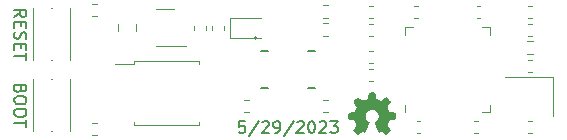
<source format=gbr>
%TF.GenerationSoftware,KiCad,Pcbnew,(7.0.0)*%
%TF.CreationDate,2023-05-29T13:22:43-05:00*%
%TF.ProjectId,rp2040-radar-presense-sensor,72703230-3430-42d7-9261-6461722d7072,rev?*%
%TF.SameCoordinates,Original*%
%TF.FileFunction,Legend,Top*%
%TF.FilePolarity,Positive*%
%FSLAX46Y46*%
G04 Gerber Fmt 4.6, Leading zero omitted, Abs format (unit mm)*
G04 Created by KiCad (PCBNEW (7.0.0)) date 2023-05-29 13:22:43*
%MOMM*%
%LPD*%
G01*
G04 APERTURE LIST*
%ADD10C,0.150000*%
%ADD11C,0.120000*%
%ADD12C,0.200000*%
G04 APERTURE END LIST*
D10*
X96333333Y-104367380D02*
X95857143Y-104367380D01*
X95857143Y-104367380D02*
X95809524Y-104843571D01*
X95809524Y-104843571D02*
X95857143Y-104795952D01*
X95857143Y-104795952D02*
X95952381Y-104748333D01*
X95952381Y-104748333D02*
X96190476Y-104748333D01*
X96190476Y-104748333D02*
X96285714Y-104795952D01*
X96285714Y-104795952D02*
X96333333Y-104843571D01*
X96333333Y-104843571D02*
X96380952Y-104938809D01*
X96380952Y-104938809D02*
X96380952Y-105176904D01*
X96380952Y-105176904D02*
X96333333Y-105272142D01*
X96333333Y-105272142D02*
X96285714Y-105319761D01*
X96285714Y-105319761D02*
X96190476Y-105367380D01*
X96190476Y-105367380D02*
X95952381Y-105367380D01*
X95952381Y-105367380D02*
X95857143Y-105319761D01*
X95857143Y-105319761D02*
X95809524Y-105272142D01*
X97523809Y-104319761D02*
X96666667Y-105605476D01*
X97809524Y-104462619D02*
X97857143Y-104415000D01*
X97857143Y-104415000D02*
X97952381Y-104367380D01*
X97952381Y-104367380D02*
X98190476Y-104367380D01*
X98190476Y-104367380D02*
X98285714Y-104415000D01*
X98285714Y-104415000D02*
X98333333Y-104462619D01*
X98333333Y-104462619D02*
X98380952Y-104557857D01*
X98380952Y-104557857D02*
X98380952Y-104653095D01*
X98380952Y-104653095D02*
X98333333Y-104795952D01*
X98333333Y-104795952D02*
X97761905Y-105367380D01*
X97761905Y-105367380D02*
X98380952Y-105367380D01*
X98857143Y-105367380D02*
X99047619Y-105367380D01*
X99047619Y-105367380D02*
X99142857Y-105319761D01*
X99142857Y-105319761D02*
X99190476Y-105272142D01*
X99190476Y-105272142D02*
X99285714Y-105129285D01*
X99285714Y-105129285D02*
X99333333Y-104938809D01*
X99333333Y-104938809D02*
X99333333Y-104557857D01*
X99333333Y-104557857D02*
X99285714Y-104462619D01*
X99285714Y-104462619D02*
X99238095Y-104415000D01*
X99238095Y-104415000D02*
X99142857Y-104367380D01*
X99142857Y-104367380D02*
X98952381Y-104367380D01*
X98952381Y-104367380D02*
X98857143Y-104415000D01*
X98857143Y-104415000D02*
X98809524Y-104462619D01*
X98809524Y-104462619D02*
X98761905Y-104557857D01*
X98761905Y-104557857D02*
X98761905Y-104795952D01*
X98761905Y-104795952D02*
X98809524Y-104891190D01*
X98809524Y-104891190D02*
X98857143Y-104938809D01*
X98857143Y-104938809D02*
X98952381Y-104986428D01*
X98952381Y-104986428D02*
X99142857Y-104986428D01*
X99142857Y-104986428D02*
X99238095Y-104938809D01*
X99238095Y-104938809D02*
X99285714Y-104891190D01*
X99285714Y-104891190D02*
X99333333Y-104795952D01*
X100476190Y-104319761D02*
X99619048Y-105605476D01*
X100761905Y-104462619D02*
X100809524Y-104415000D01*
X100809524Y-104415000D02*
X100904762Y-104367380D01*
X100904762Y-104367380D02*
X101142857Y-104367380D01*
X101142857Y-104367380D02*
X101238095Y-104415000D01*
X101238095Y-104415000D02*
X101285714Y-104462619D01*
X101285714Y-104462619D02*
X101333333Y-104557857D01*
X101333333Y-104557857D02*
X101333333Y-104653095D01*
X101333333Y-104653095D02*
X101285714Y-104795952D01*
X101285714Y-104795952D02*
X100714286Y-105367380D01*
X100714286Y-105367380D02*
X101333333Y-105367380D01*
X101952381Y-104367380D02*
X102047619Y-104367380D01*
X102047619Y-104367380D02*
X102142857Y-104415000D01*
X102142857Y-104415000D02*
X102190476Y-104462619D01*
X102190476Y-104462619D02*
X102238095Y-104557857D01*
X102238095Y-104557857D02*
X102285714Y-104748333D01*
X102285714Y-104748333D02*
X102285714Y-104986428D01*
X102285714Y-104986428D02*
X102238095Y-105176904D01*
X102238095Y-105176904D02*
X102190476Y-105272142D01*
X102190476Y-105272142D02*
X102142857Y-105319761D01*
X102142857Y-105319761D02*
X102047619Y-105367380D01*
X102047619Y-105367380D02*
X101952381Y-105367380D01*
X101952381Y-105367380D02*
X101857143Y-105319761D01*
X101857143Y-105319761D02*
X101809524Y-105272142D01*
X101809524Y-105272142D02*
X101761905Y-105176904D01*
X101761905Y-105176904D02*
X101714286Y-104986428D01*
X101714286Y-104986428D02*
X101714286Y-104748333D01*
X101714286Y-104748333D02*
X101761905Y-104557857D01*
X101761905Y-104557857D02*
X101809524Y-104462619D01*
X101809524Y-104462619D02*
X101857143Y-104415000D01*
X101857143Y-104415000D02*
X101952381Y-104367380D01*
X102666667Y-104462619D02*
X102714286Y-104415000D01*
X102714286Y-104415000D02*
X102809524Y-104367380D01*
X102809524Y-104367380D02*
X103047619Y-104367380D01*
X103047619Y-104367380D02*
X103142857Y-104415000D01*
X103142857Y-104415000D02*
X103190476Y-104462619D01*
X103190476Y-104462619D02*
X103238095Y-104557857D01*
X103238095Y-104557857D02*
X103238095Y-104653095D01*
X103238095Y-104653095D02*
X103190476Y-104795952D01*
X103190476Y-104795952D02*
X102619048Y-105367380D01*
X102619048Y-105367380D02*
X103238095Y-105367380D01*
X103571429Y-104367380D02*
X104190476Y-104367380D01*
X104190476Y-104367380D02*
X103857143Y-104748333D01*
X103857143Y-104748333D02*
X104000000Y-104748333D01*
X104000000Y-104748333D02*
X104095238Y-104795952D01*
X104095238Y-104795952D02*
X104142857Y-104843571D01*
X104142857Y-104843571D02*
X104190476Y-104938809D01*
X104190476Y-104938809D02*
X104190476Y-105176904D01*
X104190476Y-105176904D02*
X104142857Y-105272142D01*
X104142857Y-105272142D02*
X104095238Y-105319761D01*
X104095238Y-105319761D02*
X104000000Y-105367380D01*
X104000000Y-105367380D02*
X103714286Y-105367380D01*
X103714286Y-105367380D02*
X103619048Y-105319761D01*
X103619048Y-105319761D02*
X103571429Y-105272142D01*
%TO.C,SW2*%
X76832619Y-95547618D02*
X77308809Y-95214285D01*
X76832619Y-94976190D02*
X77832619Y-94976190D01*
X77832619Y-94976190D02*
X77832619Y-95357142D01*
X77832619Y-95357142D02*
X77785000Y-95452380D01*
X77785000Y-95452380D02*
X77737380Y-95499999D01*
X77737380Y-95499999D02*
X77642142Y-95547618D01*
X77642142Y-95547618D02*
X77499285Y-95547618D01*
X77499285Y-95547618D02*
X77404047Y-95499999D01*
X77404047Y-95499999D02*
X77356428Y-95452380D01*
X77356428Y-95452380D02*
X77308809Y-95357142D01*
X77308809Y-95357142D02*
X77308809Y-94976190D01*
X77356428Y-95976190D02*
X77356428Y-96309523D01*
X76832619Y-96452380D02*
X76832619Y-95976190D01*
X76832619Y-95976190D02*
X77832619Y-95976190D01*
X77832619Y-95976190D02*
X77832619Y-96452380D01*
X76880238Y-96833333D02*
X76832619Y-96976190D01*
X76832619Y-96976190D02*
X76832619Y-97214285D01*
X76832619Y-97214285D02*
X76880238Y-97309523D01*
X76880238Y-97309523D02*
X76927857Y-97357142D01*
X76927857Y-97357142D02*
X77023095Y-97404761D01*
X77023095Y-97404761D02*
X77118333Y-97404761D01*
X77118333Y-97404761D02*
X77213571Y-97357142D01*
X77213571Y-97357142D02*
X77261190Y-97309523D01*
X77261190Y-97309523D02*
X77308809Y-97214285D01*
X77308809Y-97214285D02*
X77356428Y-97023809D01*
X77356428Y-97023809D02*
X77404047Y-96928571D01*
X77404047Y-96928571D02*
X77451666Y-96880952D01*
X77451666Y-96880952D02*
X77546904Y-96833333D01*
X77546904Y-96833333D02*
X77642142Y-96833333D01*
X77642142Y-96833333D02*
X77737380Y-96880952D01*
X77737380Y-96880952D02*
X77785000Y-96928571D01*
X77785000Y-96928571D02*
X77832619Y-97023809D01*
X77832619Y-97023809D02*
X77832619Y-97261904D01*
X77832619Y-97261904D02*
X77785000Y-97404761D01*
X77356428Y-97833333D02*
X77356428Y-98166666D01*
X76832619Y-98309523D02*
X76832619Y-97833333D01*
X76832619Y-97833333D02*
X77832619Y-97833333D01*
X77832619Y-97833333D02*
X77832619Y-98309523D01*
X77832619Y-98595238D02*
X77832619Y-99166666D01*
X76832619Y-98880952D02*
X77832619Y-98880952D01*
%TO.C,SW1*%
X77356428Y-101642857D02*
X77308809Y-101785714D01*
X77308809Y-101785714D02*
X77261190Y-101833333D01*
X77261190Y-101833333D02*
X77165952Y-101880952D01*
X77165952Y-101880952D02*
X77023095Y-101880952D01*
X77023095Y-101880952D02*
X76927857Y-101833333D01*
X76927857Y-101833333D02*
X76880238Y-101785714D01*
X76880238Y-101785714D02*
X76832619Y-101690476D01*
X76832619Y-101690476D02*
X76832619Y-101309524D01*
X76832619Y-101309524D02*
X77832619Y-101309524D01*
X77832619Y-101309524D02*
X77832619Y-101642857D01*
X77832619Y-101642857D02*
X77785000Y-101738095D01*
X77785000Y-101738095D02*
X77737380Y-101785714D01*
X77737380Y-101785714D02*
X77642142Y-101833333D01*
X77642142Y-101833333D02*
X77546904Y-101833333D01*
X77546904Y-101833333D02*
X77451666Y-101785714D01*
X77451666Y-101785714D02*
X77404047Y-101738095D01*
X77404047Y-101738095D02*
X77356428Y-101642857D01*
X77356428Y-101642857D02*
X77356428Y-101309524D01*
X77832619Y-102500000D02*
X77832619Y-102690476D01*
X77832619Y-102690476D02*
X77785000Y-102785714D01*
X77785000Y-102785714D02*
X77689761Y-102880952D01*
X77689761Y-102880952D02*
X77499285Y-102928571D01*
X77499285Y-102928571D02*
X77165952Y-102928571D01*
X77165952Y-102928571D02*
X76975476Y-102880952D01*
X76975476Y-102880952D02*
X76880238Y-102785714D01*
X76880238Y-102785714D02*
X76832619Y-102690476D01*
X76832619Y-102690476D02*
X76832619Y-102500000D01*
X76832619Y-102500000D02*
X76880238Y-102404762D01*
X76880238Y-102404762D02*
X76975476Y-102309524D01*
X76975476Y-102309524D02*
X77165952Y-102261905D01*
X77165952Y-102261905D02*
X77499285Y-102261905D01*
X77499285Y-102261905D02*
X77689761Y-102309524D01*
X77689761Y-102309524D02*
X77785000Y-102404762D01*
X77785000Y-102404762D02*
X77832619Y-102500000D01*
X77832619Y-103547619D02*
X77832619Y-103738095D01*
X77832619Y-103738095D02*
X77785000Y-103833333D01*
X77785000Y-103833333D02*
X77689761Y-103928571D01*
X77689761Y-103928571D02*
X77499285Y-103976190D01*
X77499285Y-103976190D02*
X77165952Y-103976190D01*
X77165952Y-103976190D02*
X76975476Y-103928571D01*
X76975476Y-103928571D02*
X76880238Y-103833333D01*
X76880238Y-103833333D02*
X76832619Y-103738095D01*
X76832619Y-103738095D02*
X76832619Y-103547619D01*
X76832619Y-103547619D02*
X76880238Y-103452381D01*
X76880238Y-103452381D02*
X76975476Y-103357143D01*
X76975476Y-103357143D02*
X77165952Y-103309524D01*
X77165952Y-103309524D02*
X77499285Y-103309524D01*
X77499285Y-103309524D02*
X77689761Y-103357143D01*
X77689761Y-103357143D02*
X77785000Y-103452381D01*
X77785000Y-103452381D02*
X77832619Y-103547619D01*
X77832619Y-104261905D02*
X77832619Y-104833333D01*
X76832619Y-104547619D02*
X77832619Y-104547619D01*
%TO.C,G\u002A\u002A\u002A*%
G36*
X107147018Y-101941175D02*
G01*
X107198686Y-101941585D01*
X107247553Y-101942335D01*
X107291826Y-101943421D01*
X107329715Y-101944842D01*
X107359430Y-101946596D01*
X107379178Y-101948681D01*
X107387086Y-101950978D01*
X107389943Y-101959424D01*
X107394879Y-101979641D01*
X107401587Y-102010140D01*
X107409759Y-102049434D01*
X107419088Y-102096035D01*
X107429264Y-102148456D01*
X107439981Y-102205209D01*
X107442490Y-102218718D01*
X107456406Y-102292905D01*
X107468335Y-102354331D01*
X107478395Y-102403543D01*
X107486707Y-102441085D01*
X107493389Y-102467504D01*
X107498560Y-102483344D01*
X107501476Y-102488568D01*
X107510158Y-102493672D01*
X107529389Y-102502908D01*
X107557193Y-102515454D01*
X107591593Y-102530486D01*
X107630611Y-102547182D01*
X107672271Y-102564720D01*
X107714595Y-102582276D01*
X107755608Y-102599029D01*
X107793331Y-102614155D01*
X107825787Y-102626833D01*
X107851000Y-102636239D01*
X107866993Y-102641550D01*
X107871265Y-102642431D01*
X107878689Y-102638734D01*
X107895953Y-102628188D01*
X107921819Y-102611606D01*
X107955048Y-102589803D01*
X107994403Y-102563594D01*
X108038645Y-102533793D01*
X108086536Y-102501216D01*
X108102325Y-102490410D01*
X108165928Y-102447071D01*
X108218975Y-102411491D01*
X108261779Y-102383473D01*
X108294655Y-102362817D01*
X108317915Y-102349325D01*
X108331872Y-102342798D01*
X108336069Y-102342184D01*
X108343912Y-102347855D01*
X108359680Y-102361828D01*
X108382118Y-102382837D01*
X108409970Y-102409619D01*
X108441982Y-102440908D01*
X108476897Y-102475441D01*
X108513461Y-102511953D01*
X108550417Y-102549179D01*
X108586512Y-102585855D01*
X108620488Y-102620716D01*
X108651092Y-102652498D01*
X108677066Y-102679936D01*
X108697158Y-102701766D01*
X108710109Y-102716723D01*
X108714667Y-102723541D01*
X108710915Y-102731111D01*
X108700311Y-102748485D01*
X108683684Y-102774403D01*
X108661864Y-102807603D01*
X108635682Y-102846825D01*
X108605969Y-102890807D01*
X108573553Y-102938289D01*
X108566483Y-102948582D01*
X108533593Y-102996711D01*
X108503243Y-103041684D01*
X108476264Y-103082227D01*
X108453487Y-103117068D01*
X108435742Y-103144934D01*
X108423859Y-103164550D01*
X108418671Y-103174644D01*
X108418509Y-103175424D01*
X108421132Y-103184852D01*
X108428450Y-103204646D01*
X108439638Y-103232887D01*
X108453871Y-103267651D01*
X108470322Y-103307019D01*
X108488167Y-103349069D01*
X108506579Y-103391880D01*
X108524734Y-103433531D01*
X108541805Y-103472100D01*
X108556967Y-103505667D01*
X108569395Y-103532310D01*
X108578263Y-103550108D01*
X108582424Y-103556886D01*
X108591061Y-103560241D01*
X108611606Y-103565648D01*
X108642702Y-103572819D01*
X108682992Y-103581459D01*
X108731117Y-103591279D01*
X108785721Y-103601987D01*
X108842869Y-103612811D01*
X108899567Y-103623525D01*
X108952265Y-103633768D01*
X108999453Y-103643226D01*
X109039618Y-103651583D01*
X109071252Y-103658525D01*
X109092843Y-103663735D01*
X109102880Y-103666899D01*
X109103251Y-103667138D01*
X109105645Y-103675696D01*
X109107710Y-103695930D01*
X109109445Y-103726049D01*
X109110847Y-103764262D01*
X109111914Y-103808779D01*
X109112645Y-103857809D01*
X109113037Y-103909559D01*
X109113089Y-103962241D01*
X109112798Y-104014061D01*
X109112162Y-104063230D01*
X109111180Y-104107957D01*
X109109849Y-104146450D01*
X109108167Y-104176919D01*
X109106133Y-104197572D01*
X109103858Y-104206487D01*
X109096777Y-104210423D01*
X109080374Y-104215596D01*
X109053963Y-104222157D01*
X109016859Y-104230259D01*
X108968377Y-104240051D01*
X108907831Y-104251685D01*
X108849588Y-104262542D01*
X108793577Y-104272999D01*
X108741624Y-104282938D01*
X108695251Y-104292051D01*
X108655978Y-104300028D01*
X108625326Y-104306559D01*
X108604813Y-104311337D01*
X108595961Y-104314052D01*
X108595851Y-104314128D01*
X108591461Y-104321756D01*
X108582971Y-104340099D01*
X108571125Y-104367302D01*
X108556672Y-104401511D01*
X108540356Y-104440872D01*
X108522926Y-104483531D01*
X108505127Y-104527633D01*
X108487706Y-104571325D01*
X108471409Y-104612752D01*
X108456983Y-104650060D01*
X108445175Y-104681395D01*
X108436730Y-104704902D01*
X108432396Y-104718728D01*
X108431980Y-104721151D01*
X108435678Y-104729034D01*
X108446202Y-104746668D01*
X108462695Y-104772737D01*
X108484301Y-104805928D01*
X108510165Y-104844925D01*
X108539431Y-104888412D01*
X108570575Y-104934101D01*
X108602465Y-104980718D01*
X108631977Y-105024085D01*
X108658230Y-105062888D01*
X108680342Y-105095815D01*
X108697431Y-105121554D01*
X108708617Y-105138794D01*
X108712998Y-105146165D01*
X108709357Y-105153290D01*
X108697195Y-105168457D01*
X108677756Y-105190421D01*
X108652279Y-105217939D01*
X108622007Y-105249770D01*
X108588182Y-105284669D01*
X108552043Y-105321395D01*
X108514834Y-105358702D01*
X108477796Y-105395350D01*
X108442170Y-105430095D01*
X108409197Y-105461693D01*
X108380120Y-105488902D01*
X108356179Y-105510479D01*
X108338617Y-105525181D01*
X108328674Y-105531765D01*
X108327623Y-105532000D01*
X108318522Y-105528291D01*
X108300080Y-105517869D01*
X108273968Y-105501783D01*
X108241855Y-105481082D01*
X108205411Y-105456815D01*
X108176027Y-105436757D01*
X108133401Y-105407419D01*
X108090262Y-105377836D01*
X108049193Y-105349771D01*
X108012774Y-105324987D01*
X107983587Y-105305246D01*
X107972733Y-105297965D01*
X107907519Y-105254405D01*
X107806273Y-105307328D01*
X107768841Y-105326720D01*
X107741440Y-105340355D01*
X107722275Y-105348925D01*
X107709549Y-105353121D01*
X107701466Y-105353637D01*
X107696231Y-105351164D01*
X107695145Y-105350148D01*
X107690765Y-105342129D01*
X107681850Y-105322877D01*
X107668918Y-105293637D01*
X107652483Y-105255657D01*
X107633063Y-105210185D01*
X107611171Y-105158466D01*
X107587325Y-105101749D01*
X107562039Y-105041280D01*
X107535830Y-104978306D01*
X107509213Y-104914075D01*
X107482704Y-104849833D01*
X107456819Y-104786828D01*
X107432073Y-104726307D01*
X107408982Y-104669516D01*
X107388063Y-104617703D01*
X107369830Y-104572115D01*
X107354799Y-104534000D01*
X107343487Y-104504603D01*
X107336408Y-104485173D01*
X107334075Y-104477057D01*
X107338240Y-104467210D01*
X107351544Y-104454146D01*
X107375201Y-104436776D01*
X107389644Y-104427202D01*
X107416897Y-104407666D01*
X107449104Y-104381725D01*
X107482088Y-104352878D01*
X107509554Y-104326753D01*
X107537808Y-104297817D01*
X107558802Y-104274181D01*
X107575271Y-104252113D01*
X107589948Y-104227884D01*
X107605569Y-104197761D01*
X107608595Y-104191622D01*
X107631013Y-104143569D01*
X107647000Y-104102389D01*
X107657577Y-104063732D01*
X107663764Y-104023248D01*
X107666583Y-103976588D01*
X107667087Y-103942404D01*
X107666808Y-103900876D01*
X107665355Y-103868854D01*
X107662318Y-103842393D01*
X107657283Y-103817551D01*
X107651942Y-103797589D01*
X107621586Y-103715211D01*
X107580270Y-103639948D01*
X107528864Y-103572652D01*
X107468238Y-103514179D01*
X107399261Y-103465382D01*
X107322805Y-103427116D01*
X107249880Y-103402793D01*
X107196137Y-103392830D01*
X107135480Y-103388340D01*
X107073171Y-103389318D01*
X107014467Y-103395763D01*
X106980455Y-103402955D01*
X106900890Y-103430529D01*
X106827681Y-103468812D01*
X106761634Y-103516634D01*
X106703556Y-103572826D01*
X106654253Y-103636216D01*
X106614531Y-103705637D01*
X106585197Y-103779917D01*
X106567056Y-103857886D01*
X106560915Y-103938376D01*
X106565372Y-104005229D01*
X106582140Y-104089396D01*
X106609499Y-104166524D01*
X106647975Y-104237443D01*
X106698091Y-104302984D01*
X106760372Y-104363978D01*
X106822168Y-104412091D01*
X106849233Y-104431630D01*
X106872285Y-104448973D01*
X106889062Y-104462367D01*
X106897301Y-104470060D01*
X106897611Y-104470521D01*
X106898520Y-104472224D01*
X106899045Y-104474356D01*
X106898865Y-104477731D01*
X106897656Y-104483158D01*
X106895098Y-104491451D01*
X106890868Y-104503421D01*
X106884646Y-104519880D01*
X106876108Y-104541639D01*
X106864934Y-104569512D01*
X106850802Y-104604309D01*
X106833390Y-104646842D01*
X106812376Y-104697924D01*
X106787438Y-104758365D01*
X106758255Y-104828979D01*
X106724505Y-104910577D01*
X106693820Y-104984744D01*
X106657182Y-105072926D01*
X106625350Y-105148735D01*
X106598244Y-105212353D01*
X106575783Y-105263963D01*
X106557888Y-105303744D01*
X106544479Y-105331880D01*
X106535475Y-105348551D01*
X106531085Y-105353899D01*
X106520574Y-105352177D01*
X106500163Y-105344247D01*
X106471498Y-105330836D01*
X106436229Y-105312670D01*
X106430051Y-105309353D01*
X106397683Y-105292373D01*
X106368549Y-105277995D01*
X106345119Y-105267370D01*
X106329862Y-105261649D01*
X106326309Y-105260982D01*
X106317597Y-105264675D01*
X106299201Y-105275212D01*
X106272480Y-105291724D01*
X106238793Y-105313339D01*
X106199498Y-105339186D01*
X106155954Y-105368397D01*
X106114818Y-105396455D01*
X106068643Y-105427924D01*
X106025512Y-105456807D01*
X105986785Y-105482235D01*
X105953820Y-105503335D01*
X105927975Y-105519236D01*
X105910609Y-105529069D01*
X105903392Y-105532009D01*
X105894637Y-105527463D01*
X105877460Y-105513737D01*
X105851719Y-105490700D01*
X105817275Y-105458222D01*
X105773985Y-105416170D01*
X105721709Y-105364414D01*
X105705694Y-105348419D01*
X105651349Y-105293675D01*
X105606392Y-105247588D01*
X105570919Y-105210257D01*
X105545020Y-105181782D01*
X105528789Y-105162264D01*
X105522318Y-105151800D01*
X105522195Y-105150981D01*
X105525901Y-105142394D01*
X105536447Y-105124095D01*
X105552971Y-105097423D01*
X105574612Y-105063721D01*
X105600511Y-105024329D01*
X105629807Y-104980588D01*
X105660275Y-104935826D01*
X105692018Y-104889177D01*
X105721190Y-104845593D01*
X105746930Y-104806416D01*
X105768378Y-104772985D01*
X105784673Y-104746641D01*
X105794955Y-104728726D01*
X105798368Y-104720707D01*
X105795883Y-104710355D01*
X105788931Y-104689532D01*
X105778282Y-104660159D01*
X105764704Y-104624155D01*
X105748965Y-104583442D01*
X105731834Y-104539939D01*
X105714078Y-104495567D01*
X105696468Y-104452247D01*
X105679771Y-104411898D01*
X105664756Y-104376442D01*
X105652191Y-104347798D01*
X105642845Y-104327886D01*
X105637487Y-104318628D01*
X105637445Y-104318585D01*
X105628974Y-104314250D01*
X105610410Y-104308592D01*
X105581146Y-104301475D01*
X105540574Y-104292763D01*
X105488085Y-104282321D01*
X105423072Y-104270014D01*
X105400954Y-104265923D01*
X105333647Y-104253523D01*
X105278375Y-104243269D01*
X105233927Y-104234860D01*
X105199092Y-104227994D01*
X105172657Y-104222372D01*
X105153412Y-104217691D01*
X105140144Y-104213649D01*
X105131643Y-104209947D01*
X105126696Y-104206281D01*
X105124092Y-104202352D01*
X105122620Y-104197858D01*
X105122290Y-104196622D01*
X105121366Y-104186607D01*
X105120510Y-104164723D01*
X105119750Y-104132575D01*
X105119108Y-104091765D01*
X105118611Y-104043896D01*
X105118284Y-103990572D01*
X105118151Y-103933396D01*
X105118150Y-103931904D01*
X105118238Y-103862767D01*
X105118581Y-103806078D01*
X105119210Y-103760815D01*
X105120159Y-103725956D01*
X105121460Y-103700482D01*
X105123145Y-103683369D01*
X105125248Y-103673596D01*
X105126478Y-103671128D01*
X105132550Y-103667346D01*
X105146264Y-103662628D01*
X105168506Y-103656776D01*
X105200168Y-103649590D01*
X105242138Y-103640875D01*
X105295306Y-103630431D01*
X105360561Y-103618060D01*
X105386697Y-103613187D01*
X105455334Y-103600310D01*
X105511726Y-103589429D01*
X105556913Y-103580311D01*
X105591936Y-103572723D01*
X105617835Y-103566431D01*
X105635650Y-103561202D01*
X105646422Y-103556803D01*
X105650397Y-103554021D01*
X105656402Y-103544339D01*
X105666552Y-103524209D01*
X105680006Y-103495597D01*
X105695922Y-103460469D01*
X105713460Y-103420792D01*
X105731780Y-103378533D01*
X105750040Y-103335657D01*
X105767400Y-103294131D01*
X105783018Y-103255922D01*
X105796055Y-103222996D01*
X105805669Y-103197319D01*
X105811019Y-103180858D01*
X105811840Y-103176438D01*
X105808099Y-103167496D01*
X105797409Y-103148763D01*
X105780563Y-103121474D01*
X105758353Y-103086864D01*
X105731571Y-103046169D01*
X105701007Y-103000623D01*
X105669314Y-102954163D01*
X105636897Y-102906709D01*
X105606895Y-102862230D01*
X105580180Y-102822060D01*
X105557624Y-102787535D01*
X105540099Y-102759989D01*
X105528476Y-102740758D01*
X105523628Y-102731178D01*
X105523576Y-102730961D01*
X105523943Y-102725692D01*
X105527402Y-102718218D01*
X105534767Y-102707639D01*
X105546850Y-102693057D01*
X105564466Y-102673572D01*
X105588428Y-102648287D01*
X105619548Y-102616302D01*
X105658641Y-102576718D01*
X105706521Y-102528636D01*
X105708186Y-102526968D01*
X105758786Y-102476620D01*
X105802776Y-102433529D01*
X105839679Y-102398142D01*
X105869016Y-102370908D01*
X105890307Y-102352274D01*
X105903073Y-102342689D01*
X105906406Y-102341458D01*
X105914144Y-102345758D01*
X105931665Y-102356870D01*
X105957682Y-102373934D01*
X105990903Y-102396089D01*
X106030040Y-102422475D01*
X106073803Y-102452232D01*
X106120904Y-102484498D01*
X106125313Y-102487531D01*
X106172974Y-102520183D01*
X106217699Y-102550562D01*
X106258149Y-102577777D01*
X106292982Y-102600937D01*
X106320860Y-102619151D01*
X106340441Y-102631529D01*
X106350384Y-102637179D01*
X106350675Y-102637297D01*
X106357540Y-102638460D01*
X106367743Y-102637389D01*
X106382688Y-102633605D01*
X106403778Y-102626627D01*
X106432416Y-102615976D01*
X106470006Y-102601169D01*
X106517950Y-102581729D01*
X106542640Y-102571603D01*
X106588418Y-102552784D01*
X106630324Y-102535562D01*
X106666684Y-102520623D01*
X106695822Y-102508655D01*
X106716064Y-102500347D01*
X106725736Y-102496387D01*
X106726124Y-102496229D01*
X106729501Y-102494095D01*
X106732761Y-102489759D01*
X106736170Y-102482053D01*
X106739989Y-102469809D01*
X106744483Y-102451861D01*
X106749913Y-102427040D01*
X106756544Y-102394179D01*
X106764638Y-102352111D01*
X106774457Y-102299666D01*
X106786267Y-102235679D01*
X106792586Y-102201248D01*
X106805652Y-102130940D01*
X106816774Y-102073250D01*
X106826103Y-102027489D01*
X106833792Y-101992967D01*
X106839990Y-101968997D01*
X106844851Y-101954888D01*
X106847731Y-101950347D01*
X106857336Y-101947970D01*
X106878468Y-101945948D01*
X106909335Y-101944281D01*
X106948147Y-101942965D01*
X106993112Y-101941998D01*
X107042440Y-101941379D01*
X107094339Y-101941105D01*
X107147018Y-101941175D01*
G37*
D11*
%TO.C,R2*%
X83837258Y-95468100D02*
X83362742Y-95468100D01*
X83837258Y-94423100D02*
X83362742Y-94423100D01*
%TO.C,C9*%
X120357020Y-96111600D02*
X120638180Y-96111600D01*
X120357020Y-97131600D02*
X120638180Y-97131600D01*
%TO.C,C6*%
X107172180Y-100941600D02*
X106891020Y-100941600D01*
X107172180Y-99921600D02*
X106891020Y-99921600D01*
%TO.C,C13*%
X111185380Y-105412000D02*
X110904220Y-105412000D01*
X111185380Y-104392000D02*
X110904220Y-104392000D01*
%TO.C,SW2*%
X80050000Y-99200000D02*
X79950000Y-99200000D01*
X81550000Y-99200000D02*
X81550000Y-94800000D01*
X78450000Y-94800000D02*
X78450000Y-99200000D01*
X80050000Y-94800000D02*
X79950000Y-94800000D01*
%TO.C,SW1*%
X80050000Y-105200000D02*
X79950000Y-105200000D01*
X81550000Y-105200000D02*
X81550000Y-100800000D01*
X78450000Y-100800000D02*
X78450000Y-105200000D01*
X80050000Y-100800000D02*
X79950000Y-100800000D01*
%TO.C,C15*%
X115781020Y-104392000D02*
X116062180Y-104392000D01*
X115781020Y-105412000D02*
X116062180Y-105412000D01*
%TO.C,R4*%
X102937542Y-94575100D02*
X103412058Y-94575100D01*
X102937542Y-95620100D02*
X103412058Y-95620100D01*
%TO.C,R1*%
X83837258Y-105576900D02*
X83362742Y-105576900D01*
X83837258Y-104531900D02*
X83362742Y-104531900D01*
%TO.C,C1*%
X120357020Y-104392000D02*
X120638180Y-104392000D01*
X120357020Y-105412000D02*
X120638180Y-105412000D01*
%TO.C,R6*%
X96706458Y-103595700D02*
X96231942Y-103595700D01*
X96706458Y-102550700D02*
X96231942Y-102550700D01*
%TO.C,U1*%
X86987800Y-99281400D02*
X86987800Y-99541400D01*
X86987800Y-99541400D02*
X85312800Y-99541400D01*
X86987800Y-104731400D02*
X86987800Y-104471400D01*
X89712800Y-99281400D02*
X86987800Y-99281400D01*
X89712800Y-99281400D02*
X92437800Y-99281400D01*
X89712800Y-104731400D02*
X86987800Y-104731400D01*
X89712800Y-104731400D02*
X92437800Y-104731400D01*
X92437800Y-99281400D02*
X92437800Y-99541400D01*
X92437800Y-104731400D02*
X92437800Y-104471400D01*
%TO.C,R7*%
X103412058Y-103595700D02*
X102937542Y-103595700D01*
X103412058Y-102550700D02*
X102937542Y-102550700D01*
%TO.C,C12*%
X110701020Y-94587600D02*
X110982180Y-94587600D01*
X110701020Y-95607600D02*
X110982180Y-95607600D01*
%TO.C,R3*%
X120260342Y-97623100D02*
X120734858Y-97623100D01*
X120260342Y-98668100D02*
X120734858Y-98668100D01*
%TO.C,R5*%
X102937542Y-96099100D02*
X103412058Y-96099100D01*
X102937542Y-97144100D02*
X103412058Y-97144100D01*
%TO.C,C4*%
X93067600Y-96328620D02*
X93067600Y-96609780D01*
X92047600Y-96328620D02*
X92047600Y-96609780D01*
%TO.C,C11*%
X107172180Y-99417600D02*
X106891020Y-99417600D01*
X107172180Y-98397600D02*
X106891020Y-98397600D01*
%TO.C,D1*%
X95062400Y-95619200D02*
X95062400Y-97319200D01*
X95062400Y-95619200D02*
X97722400Y-95619200D01*
X95062400Y-97319200D02*
X97722400Y-97319200D01*
%TO.C,C3*%
X93571600Y-96609780D02*
X93571600Y-96328620D01*
X94591600Y-96609780D02*
X94591600Y-96328620D01*
%TO.C,C8*%
X85625000Y-96705052D02*
X85625000Y-96182548D01*
X87095000Y-96705052D02*
X87095000Y-96182548D01*
%TO.C,C7*%
X107172180Y-97131600D02*
X106891020Y-97131600D01*
X107172180Y-96111600D02*
X106891020Y-96111600D01*
%TO.C,Y1*%
X122396000Y-103910400D02*
X122396000Y-100610400D01*
X122396000Y-100610400D02*
X118396000Y-100610400D01*
%TO.C,C2*%
X120638180Y-100179600D02*
X120357020Y-100179600D01*
X120638180Y-99159600D02*
X120357020Y-99159600D01*
%TO.C,U3*%
X117110000Y-103610000D02*
X116460000Y-103610000D01*
X109890000Y-102960000D02*
X109890000Y-103610000D01*
X117110000Y-102960000D02*
X117110000Y-103610000D01*
X109890000Y-97040000D02*
X109890000Y-96390000D01*
X117110000Y-97040000D02*
X117110000Y-96390000D01*
X109890000Y-96390000D02*
X110540000Y-96390000D01*
X117110000Y-96390000D02*
X116460000Y-96390000D01*
%TO.C,U2*%
X89580300Y-97993600D02*
X91380300Y-97993600D01*
X89580300Y-97993600D02*
X88780300Y-97993600D01*
X89580300Y-94873600D02*
X90380300Y-94873600D01*
X89580300Y-94873600D02*
X88780300Y-94873600D01*
%TO.C,C14*%
X115984220Y-94587600D02*
X116265380Y-94587600D01*
X115984220Y-95607600D02*
X116265380Y-95607600D01*
D12*
%TO.C,J2*%
X97720000Y-98420000D02*
X98280000Y-98420000D01*
X97720000Y-101580000D02*
X98280000Y-101580000D01*
X101720000Y-98420000D02*
X102280000Y-98420000D01*
X101720000Y-101580000D02*
X102280000Y-101580000D01*
X97350000Y-97340000D02*
G75*
G03*
X97350000Y-97340000I-100000J0D01*
G01*
D11*
%TO.C,C5*%
X120357020Y-94587600D02*
X120638180Y-94587600D01*
X120357020Y-95607600D02*
X120638180Y-95607600D01*
%TO.C,C10*%
X107172180Y-95607600D02*
X106891020Y-95607600D01*
X107172180Y-94587600D02*
X106891020Y-94587600D01*
%TD*%
M02*

</source>
